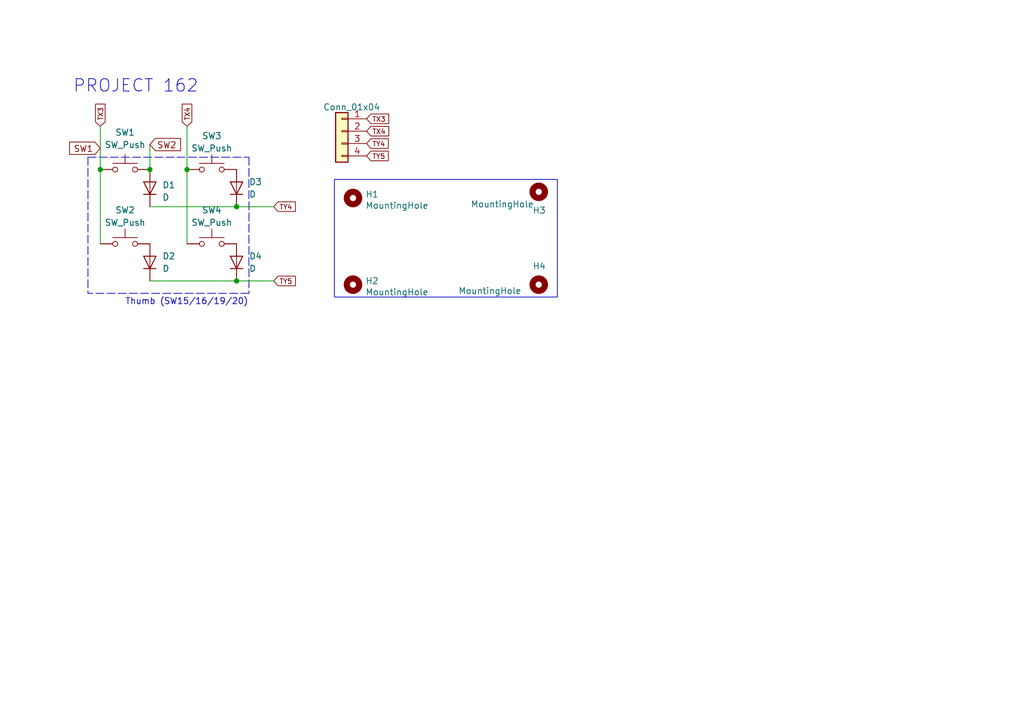
<source format=kicad_sch>
(kicad_sch (version 20230121) (generator eeschema)
  (paper "A5")
  (title_block (date "2023-03-11"))
  (lib_symbols
    (symbol "#library:D" (pin_numbers hide) (pin_names (offset 1.016) hide)
      (property "Reference" "D" (at 0 2.54 0))
      (property "Value" "D" (at 0 -2.54 0))
      (symbol "D_0_1"
        (polyline (pts (xy -1.27 1.27) (xy -1.27 -1.27)) (stroke (width 0.2032)))
        (polyline (pts (xy 1.27 0) (xy -1.27 0)))
        (polyline (pts (xy 1.27 1.27) (xy 1.27 -1.27) (xy -1.27 0) (xy 1.27 1.27)) (stroke (width 0.2032)))
      )
      (symbol "D_1_1"
        (pin passive line (at -3.81 0 0) (length 2.54) (name "K") (number "1"))
        (pin passive line (at 3.81 0 180) (length 2.54) (name "A") (number "2"))
      )
    )
    (symbol "#library:SW_Push" (pin_numbers hide) (pin_names (offset 1.016) hide)
      (property "Reference" "SW" (at 1.27 2.54 0))
      (property "Value" "SW_Push" (at 0 -1.524 0))
      (symbol "SW_Push_0_1"
        (circle (center -2.032 0) (radius 0.508))
        (polyline (pts (xy 0 1.27) (xy 0 3.048)))
        (polyline (pts (xy 2.54 1.27) (xy -2.54 1.27)))
        (circle (center 2.032 0) (radius 0.508))
        (pin passive line (at -5.08 0 0) (length 2.54) (name "1") (number "1"))
        (pin passive line (at 5.08 0 180) (length 2.54) (name "2") (number "2"))
      )
    )
    (symbol "Connector_Generic:Conn_01x04" (pin_names (offset 1.016) hide)
      (property "Reference" "J" (at 0 5.08 0))
      (property "Value" "Conn_01x04" (at 0 -7.62 0))
      (symbol "Conn_01x04_1_1"
        (rectangle (start -1.27 -4.953) (end 0 -5.207) (stroke (width 0.1524)))
        (rectangle (start -1.27 -2.413) (end 0 -2.667) (stroke (width 0.1524)))
        (rectangle (start -1.27 0.127) (end 0 -0.127) (stroke (width 0.1524)))
        (rectangle (start -1.27 2.667) (end 0 2.413) (stroke (width 0.1524)))
        (rectangle (start -1.27 3.81) (end 1.27 -6.35) (stroke (width 0.254)) (fill (type background)))
        (pin passive line (at -5.08 2.54 0) (length 3.81) (name "Pin_1") (number "1"))
        (pin passive line (at -5.08 0 0) (length 3.81) (name "Pin_2") (number "2"))
        (pin passive line (at -5.08 -2.54 0) (length 3.81) (name "Pin_3") (number "3"))
        (pin passive line (at -5.08 -5.08 0) (length 3.81) (name "Pin_4") (number "4"))
      )
    )
    (symbol "Mechanical:MountingHole" (pin_names (offset 1.016))
      (property "Reference" "H" (at 0 5.08 0))
      (property "Value" "MountingHole" (at 0 3.175 0))
      (symbol "MountingHole_0_1"
        (circle (center 0 0) (radius 1.27) (stroke (width 1.27)))
      )
    )
  )
  (junction (at 38.354 34.798) (diameter 0.9144))
  (junction (at 48.514 42.418) (diameter 0.9144))
  (junction (at 20.574 34.798) (diameter 0.9144))
  (junction (at 48.514 57.658) (diameter 0.9144))
  (junction (at 30.734 34.798))
  (wire (pts (xy 30.734 29.6672) (xy 30.734 34.798)))
  (polyline (pts (xy 18.034 32.258) (xy 18.034 60.198)) (stroke (width 0) (type dash)))
  (wire (pts (xy 38.354 25.908) (xy 38.354 34.798)))
  (wire (pts (xy 38.354 34.798) (xy 38.354 50.038)))
  (polyline (pts (xy 51.054 32.258) (xy 51.054 60.198)) (stroke (width 0) (type dash)))
  (wire (pts (xy 48.514 42.418) (xy 56.134 42.418)))
  (polyline (pts (xy 18.034 32.258) (xy 51.054 32.258)) (stroke (width 0) (type dash)))
  (wire (pts (xy 30.734 42.418) (xy 48.514 42.418)))
  (wire (pts (xy 30.734 57.658) (xy 48.514 57.658)))
  (wire (pts (xy 20.574 34.798) (xy 20.574 50.038)))
  (wire (pts (xy 20.574 25.908) (xy 20.574 34.798)))
  (wire (pts (xy 48.514 57.658) (xy 56.134 57.658)))
  (polyline (pts (xy 51.054 60.198) (xy 18.034 60.198)) (stroke (width 0) (type dash)))
  (rectangle (start 68.58 36.83) (end 114.3 60.96))
  (text "Thumb (SW15/16/19/20)" (at 25.654 62.738 0) (effects (font (size 1.27 1.27)) (justify left bottom)))
  (text "PROJECT 162" (at 14.9352 19.2532 0) (effects (font (size 2.54 2.54)) (justify left bottom)))
  (global_label "SW2" (shape input) (at 30.734 29.6672 0) (property "Intersheetrefs" "${INTERSHEET_REFS}" (effects hide)))
  (global_label "TY5" (shape input) (at 75.184 32.004 0) (effects (font (size 0.9906 0.9906))) (property "Intersheetrefs" "${INTERSHEET_REFS}" (effects hide)))
  (global_label "TY4" (shape input) (at 75.184 29.464 0) (effects (font (size 0.9906 0.9906))) (property "Intersheetrefs" "${INTERSHEET_REFS}" (effects hide)))
  (global_label "TX4" (shape input) (at 75.184 26.924 0) (effects (font (size 0.9906 0.9906))) (property "Intersheetrefs" "${INTERSHEET_REFS}" (effects hide)))
  (global_label "TX4" (shape input) (at 38.354 25.908 90) (effects (font (size 0.9906 0.9906))) (property "Intersheetrefs" "${INTERSHEET_REFS}" (effects hide)))
  (global_label "SW1" (shape input) (at 20.574 30.4292 180) (property "Intersheetrefs" "${INTERSHEET_REFS}" (effects hide)))
  (global_label "TY5" (shape input) (at 56.134 57.658 0) (effects (font (size 0.9906 0.9906))) (property "Intersheetrefs" "${INTERSHEET_REFS}" (effects hide)))
  (global_label "TX3" (shape input) (at 20.574 25.908 90) (effects (font (size 0.9906 0.9906))) (property "Intersheetrefs" "${INTERSHEET_REFS}" (effects hide)))
  (global_label "TY4" (shape input) (at 56.134 42.418 0) (effects (font (size 0.9906 0.9906))) (property "Intersheetrefs" "${INTERSHEET_REFS}" (effects hide)))
  (global_label "TX3" (shape input) (at 75.184 24.384 0) (effects (font (size 0.9906 0.9906))) (property "Intersheetrefs" "${INTERSHEET_REFS}" (effects hide)))
  (symbol (lib_id "Mechanical:MountingHole") (at 110.49 58.42 0) (unit 1)
    (property "Reference" "H4" (at 109.22 54.61 0) (effects (justify left)))
    (property "Value" "MountingHole" (at 93.98 59.69 0) (effects (justify left)))
    (property "Footprint" "footprint:M2_Hole" (effects hide))
  )
  (symbol (lib_id "Mechanical:MountingHole") (at 72.39 58.42 0) (unit 1)
    (property "Reference" "H2" (at 74.9301 57.6591 0) (effects (justify left)))
    (property "Value" "MountingHole" (at 74.9301 59.9578 0) (effects (justify left)))
    (property "Footprint" "footprint:M2_Hole" (effects hide))
  )
  (symbol (lib_id "#library:SW_Push") (at 43.434 50.038 0) (unit 1)
    (property "Reference" "SW4" (at 43.434 43.1292 0))
    (property "Value" "SW_Push" (at 43.434 45.6692 0))
    (property "Footprint" "footprint:PinHeader_1x02_P2.54mm_Vertical" (effects hide))
  )
  (symbol (lib_id "#library:D") (at 48.514 38.608 90) (unit 1)
    (property "Reference" "D3" (at 51.054 37.3379 90) (effects (justify right)))
    (property "Value" "D" (at 51.054 39.8779 90) (effects (justify right)))
    (property "Footprint" "footprint:diode_TH_SMD_rev3" (effects hide))
  )
  (symbol (lib_id "#library:D") (at 48.514 53.848 90) (unit 1)
    (property "Reference" "D4" (at 51.054 52.5779 90) (effects (justify right)))
    (property "Value" "D" (at 51.054 55.1179 90) (effects (justify right)))
    (property "Footprint" "footprint:diode_TH_SMD_rev3" (effects hide))
  )
  (symbol (lib_id "Connector_Generic:Conn_01x04") (at 70.104 26.924 0) (mirror y) (unit 1)
    (property "Reference" "J2" (effects hide))
    (property "Value" "Conn_01x04" (at 72.136 21.9795 0))
    (property "Footprint" "footprint:JST_SH_BM03B-SRSS-TB_1x04-1MP_P1.00mm_Vertical" (effects hide))
  )
  (symbol (lib_id "#library:D") (at 30.734 38.608 90) (unit 1)
    (property "Reference" "D1" (at 33.274 37.973 90) (effects (justify right)))
    (property "Value" "D" (at 33.274 40.513 90) (effects (justify right)))
    (property "Footprint" "footprint:diode_TH_SMD_rev3" (effects hide))
  )
  (symbol (lib_id "Mechanical:MountingHole") (at 72.39 40.64 0) (unit 1)
    (property "Reference" "H1" (at 74.9301 39.8791 0) (effects (justify left)))
    (property "Value" "MountingHole" (at 74.9301 42.1778 0) (effects (justify left)))
    (property "Footprint" "footprint:M2_Hole" (effects hide))
  )
  (symbol (lib_id "Mechanical:MountingHole") (at 110.49 39.37 0) (unit 1)
    (property "Reference" "H3" (at 109.22 43.18 0) (effects (justify left)))
    (property "Value" "MountingHole" (at 96.52 41.91 0) (effects (justify left)))
    (property "Footprint" "footprint:M2_Hole" (effects hide))
  )
  (symbol (lib_id "#library:SW_Push") (at 25.654 34.798 0) (unit 1)
    (property "Reference" "SW1" (at 25.654 27.178 0))
    (property "Value" "SW_Push" (at 25.654 29.718 0))
    (property "Footprint" "footprint:CherryMX_Choc_Hotswap_rev9_test" (effects hide))
  )
  (symbol (lib_id "#library:D") (at 30.734 53.848 90) (unit 1)
    (property "Reference" "D2" (at 33.274 52.5779 90) (effects (justify right)))
    (property "Value" "D" (at 33.274 55.1179 90) (effects (justify right)))
    (property "Footprint" "footprint:diode_TH_SMD_rev3" (effects hide))
  )
  (symbol (lib_id "#library:SW_Push") (at 43.434 34.798 0) (unit 1)
    (property "Reference" "SW3" (at 43.434 27.8892 0))
    (property "Value" "SW_Push" (at 43.434 30.4292 0))
    (property "Footprint" "footprint:PinHeader_1x02_P2.54mm_Vertical" (effects hide))
  )
  (symbol (lib_id "#library:SW_Push") (at 25.654 50.038 0) (unit 1)
    (property "Reference" "SW2" (at 25.654 43.1292 0))
    (property "Value" "SW_Push" (at 25.654 45.6692 0))
    (property "Footprint" "footprint:PinHeader_1x02_P2.54mm_Vertical" (effects hide))
  )
)
</source>
